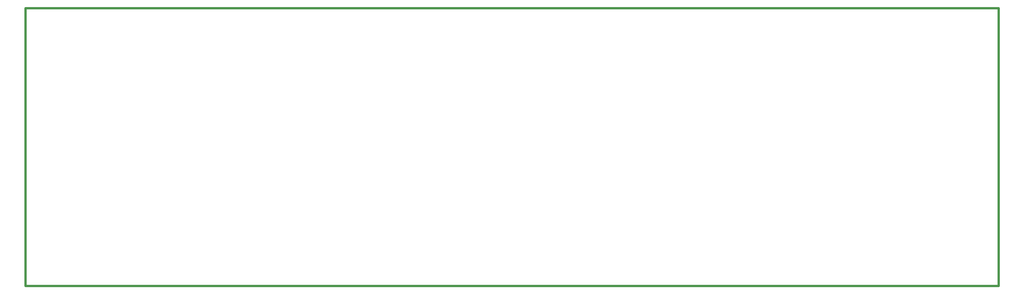
<source format=gko>
G04 start of page 4 for group 6 idx 6 *
G04 Title: (unknown), outline *
G04 Creator: pcb 20110918 *
G04 CreationDate: Mon May  5 15:54:35 2014 UTC *
G04 For: fosse *
G04 Format: Gerber/RS-274X *
G04 PCB-Dimensions: 2025000 500000 *
G04 PCB-Coordinate-Origin: lower left *
%MOIN*%
%FSLAX25Y25*%
%LNOUTLINE*%
%ADD32C,0.0350*%
G54D32*X6000Y50000D02*Y495000D01*
X1562494Y50000D02*X6000D01*
X1562494Y495000D02*Y50000D01*
X6000Y495000D02*X1562494D01*
M02*

</source>
